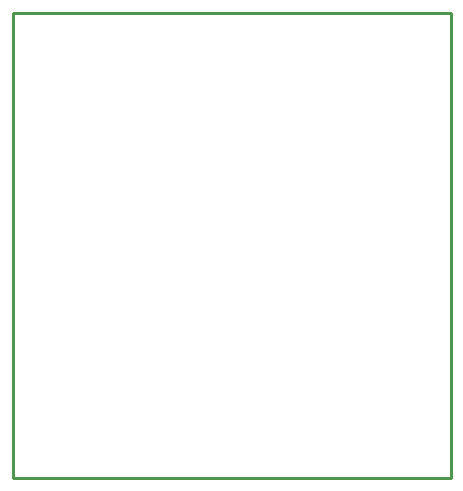
<source format=gbr>
G04 EAGLE Gerber RS-274X export*
G75*
%MOMM*%
%FSLAX34Y34*%
%LPD*%
%IN*%
%IPPOS*%
%AMOC8*
5,1,8,0,0,1.08239X$1,22.5*%
G01*
%ADD10C,0.254000*%


D10*
X63500Y152400D02*
X434850Y152400D01*
X434850Y546000D01*
X63500Y546000D01*
X63500Y152400D01*
M02*

</source>
